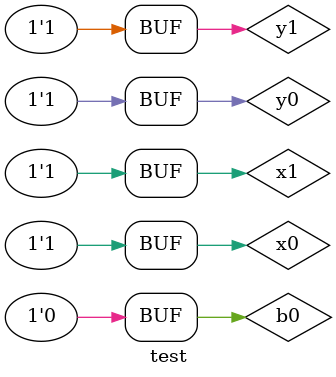
<source format=v>
`timescale 1ns / 1ps


module test;

	// Inputs
	reg x1;
	reg x0;
	reg y1;
	reg y0;
	reg b0;

	// Outputs
	wire b2;
	wire d1;
	wire d0;

	// Instantiate the Unit Under Test (UUT)
	binary_subtractor uut (
		.b2(b2), 
		.d1(d1), 
		.d0(d0), 
		.x1(x1), 
		.x0(x0), 
		.y1(y1), 
		.y0(y0), 
		.b0(b0)
	);

	initial begin
		// Initialize Inputs
		x1 = 0;
		x0 = 0;
		y1 = 0;
		y0 = 0;
		b0 = 0;

		// Wait 100 ns for global reset to finish
		#100;
		
		x1 = 0;
		x0 = 0;
		y1 = 0;
		y0 = 1;
		b0 = 0;

		// Wait 100 ns for global reset to finish
		#100;
		
		x1 = 0;
		x0 = 0;
		y1 = 1;
		y0 = 0;
		b0 = 0;

		// Wait 100 ns for global reset to finish
		#100;
		
		x1 = 0;
		x0 = 0;
		y1 = 1;
		y0 = 1;
		b0 = 0;

		// Wait 100 ns for global reset to finish
		#100;
		
		x1 = 0;
		x0 = 1;
		y1 = 0;
		y0 = 0;
		b0 = 0;

		// Wait 100 ns for global reset to finish
		#100;
		
		x1 = 0;
		x0 = 1;
		y1 = 0;
		y0 = 1;
		b0 = 0;

		// Wait 100 ns for global reset to finish
		#100;
		
		x1 = 0;
		x0 = 1;
		y1 = 1;
		y0 = 0;
		b0 = 0;

		// Wait 100 ns for global reset to finish
		#100;
		
		x1 = 0;
		x0 = 1;
		y1 = 1;
		y0 = 1;
		b0 = 0;

		// Wait 100 ns for global reset to finish
		#100;
		
		x1 = 1;
		x0 = 0;
		y1 = 0;
		y0 = 0;
		b0 = 0;

		// Wait 100 ns for global reset to finish
		#100;
		
		x1 = 1;
		x0 = 0;
		y1 = 0;
		y0 = 1;
		b0 = 0;

		// Wait 100 ns for global reset to finish
		#100;
		
		x1 = 1;
		x0 = 0;
		y1 = 1;
		y0 = 0;
		b0 = 0;

		// Wait 100 ns for global reset to finish
		#100;
		
		x1 = 1;
		x0 = 0;
		y1 = 1;
		y0 = 1;
		b0 = 0;

		// Wait 100 ns for global reset to finish
		#100;
		
		x1 = 1;
		x0 = 1;
		y1 = 0;
		y0 = 0;
		b0 = 0;

		// Wait 100 ns for global reset to finish
		#100;
		
		x1 = 1;
		x0 = 1;
		y1 = 0;
		y0 = 1;
		b0 = 0;

		// Wait 100 ns for global reset to finish
		#100;
		
		x1 = 1;
		x0 = 1;
		y1 = 1;
		y0 = 0;
		b0 = 0;

		// Wait 100 ns for global reset to finish
		#100;
		
		x1 = 1;
		x0 = 1;
		y1 = 1;
		y0 = 1;
		b0 = 0;

		// Wait 100 ns for global reset to finish
		#100;
        
		// Add stimulus here

	end
      
endmodule


</source>
